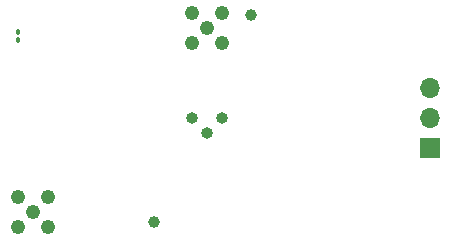
<source format=gbs>
%TF.GenerationSoftware,KiCad,Pcbnew,7.0.2*%
%TF.CreationDate,2023-05-30T15:48:39+02:00*%
%TF.ProjectId,oip_opa818,6f69705f-6f70-4613-9831-382e6b696361,rev?*%
%TF.SameCoordinates,Original*%
%TF.FileFunction,Soldermask,Bot*%
%TF.FilePolarity,Negative*%
%FSLAX46Y46*%
G04 Gerber Fmt 4.6, Leading zero omitted, Abs format (unit mm)*
G04 Created by KiCad (PCBNEW 7.0.2) date 2023-05-30 15:48:39*
%MOMM*%
%LPD*%
G01*
G04 APERTURE LIST*
G04 Aperture macros list*
%AMRoundRect*
0 Rectangle with rounded corners*
0 $1 Rounding radius*
0 $2 $3 $4 $5 $6 $7 $8 $9 X,Y pos of 4 corners*
0 Add a 4 corners polygon primitive as box body*
4,1,4,$2,$3,$4,$5,$6,$7,$8,$9,$2,$3,0*
0 Add four circle primitives for the rounded corners*
1,1,$1+$1,$2,$3*
1,1,$1+$1,$4,$5*
1,1,$1+$1,$6,$7*
1,1,$1+$1,$8,$9*
0 Add four rect primitives between the rounded corners*
20,1,$1+$1,$2,$3,$4,$5,0*
20,1,$1+$1,$4,$5,$6,$7,0*
20,1,$1+$1,$6,$7,$8,$9,0*
20,1,$1+$1,$8,$9,$2,$3,0*%
G04 Aperture macros list end*
%ADD10RoundRect,0.100000X-0.100000X0.130000X-0.100000X-0.130000X0.100000X-0.130000X0.100000X0.130000X0*%
%ADD11O,1.000000X1.000000*%
%ADD12C,1.240000*%
%ADD13C,1.000000*%
%ADD14R,1.700000X1.700000*%
%ADD15O,1.700000X1.700000*%
G04 APERTURE END LIST*
D10*
X134010400Y-92745600D03*
X134010400Y-93385600D03*
D11*
X148750000Y-100000000D03*
X150020000Y-101270000D03*
X151290000Y-100000000D03*
D12*
X135280400Y-107950000D03*
X134010400Y-106680000D03*
X134010400Y-109220000D03*
X136550400Y-106680000D03*
X136550400Y-109220000D03*
X150000000Y-92400000D03*
X151270000Y-91130000D03*
X151270000Y-93670000D03*
X148730000Y-91130000D03*
X148730000Y-93670000D03*
D13*
X153750000Y-91250000D03*
X145550000Y-108800000D03*
D14*
X168910000Y-102540000D03*
D15*
X168910000Y-100000000D03*
X168910000Y-97460000D03*
M02*

</source>
